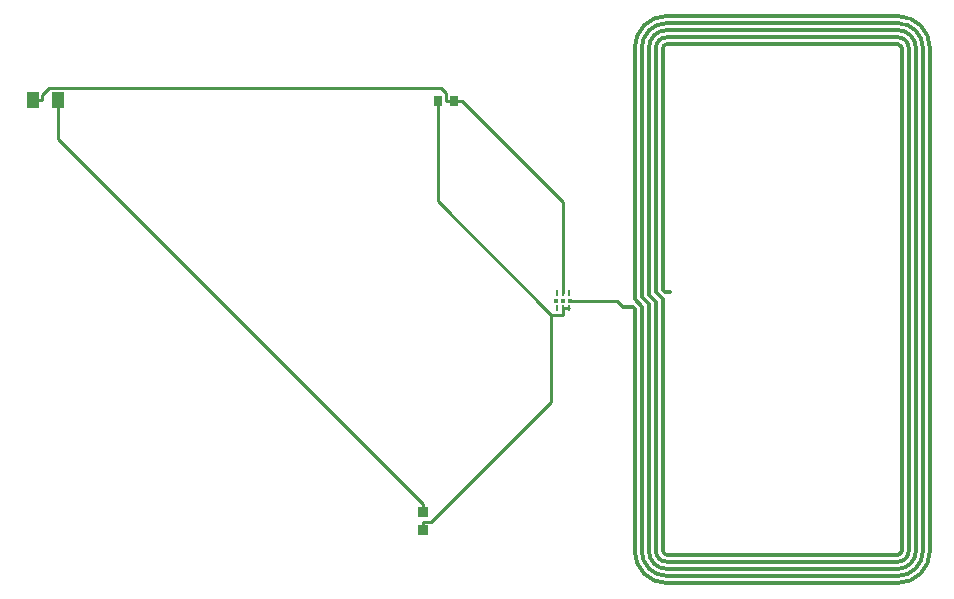
<source format=gtl>
G04 Layer: TopLayer*
G04 EasyEDA v6.5.44, 2024-08-16 12:26:17*
G04 7e42b9d55ad24638b13205517f627361,2d8cd5a3a09a4cbeba5460295dcbb1e6,10*
G04 Gerber Generator version 0.2*
G04 Scale: 100 percent, Rotated: No, Reflected: No *
G04 Dimensions in millimeters *
G04 leading zeros omitted , absolute positions ,4 integer and 5 decimal *
%FSLAX45Y45*%
%MOMM*%

%AMMACRO1*21,1,$1,$2,0,0,$3*%
%ADD10C,0.2540*%
%ADD11C,0.3000*%
%ADD12C,0.3000*%
%ADD13R,0.8000X0.9000*%
%ADD14MACRO1,1X1.3995X0.0000*%
%ADD15R,1.0000X1.3995*%
%ADD16MACRO1,0.864X0.8065X0.0000*%
%ADD17R,0.8640X0.8065*%
%ADD18R,0.2800X0.5000*%
%ADD19R,0.4500X0.3000*%
%ADD20R,0.3000X0.3000*%

%LPD*%
D10*
X5571792Y-2514594D02*
G01*
X5971534Y-2514594D01*
X6024879Y-2567939D01*
X4330700Y-4237888D02*
G01*
X1235329Y-1142517D01*
X1235329Y-812800D01*
X4330700Y-4306163D02*
G01*
X4330700Y-4237888D01*
X5511800Y-2449601D02*
G01*
X5511800Y-1678127D01*
X4659172Y-825500D01*
X4591202Y-825500D02*
G01*
X4659172Y-825500D01*
X1103248Y-812800D02*
G01*
X1103248Y-773811D01*
X1162329Y-714730D01*
X4480433Y-714730D01*
X4523231Y-757529D01*
X4523231Y-825500D01*
X1025270Y-812800D02*
G01*
X1103248Y-812800D01*
X4591202Y-825500D02*
G01*
X4523231Y-825500D01*
X5511800Y-2579598D02*
G01*
X5561787Y-2579598D01*
X4330700Y-4456836D02*
G01*
X4330700Y-4388535D01*
X4330700Y-4388535D02*
G01*
X4399000Y-4388535D01*
X5415559Y-3371977D01*
X5415559Y-2632684D01*
X4451197Y-825500D02*
G01*
X4451197Y-1668322D01*
X5415559Y-2632684D01*
X5415559Y-2632684D02*
G01*
X5511672Y-2632684D01*
X5511800Y-2632557D01*
X5511800Y-2579598D02*
G01*
X5511800Y-2632557D01*
D11*
X6024397Y-2567000D02*
G01*
X6037097Y-2567000D01*
X6104102Y-2567000D01*
X6120612Y-2583510D01*
X6120612Y-4633493D01*
X6360591Y-373506D02*
G01*
X6360591Y-2423490D01*
X6377101Y-2440000D01*
X6418097Y-2440000D01*
X6180607Y-4633493D02*
G01*
X6180607Y-2563495D01*
X6120612Y-2503500D01*
X6120612Y-373506D01*
X6300597Y-4633493D02*
G01*
X6300597Y-2523489D01*
X6240602Y-2463495D01*
X6240602Y-373506D01*
X6240602Y-4633493D02*
G01*
X6240602Y-2543505D01*
X6180607Y-2483510D01*
X6180607Y-373506D01*
X6360591Y-4633493D02*
G01*
X6360591Y-2503500D01*
X6300597Y-2443505D01*
X6300597Y-373506D01*
X6390614Y-103504D02*
G01*
X8350605Y-103504D01*
X6390614Y-163499D02*
G01*
X8350605Y-163499D01*
X6390614Y-223494D02*
G01*
X8350605Y-223494D01*
X6390614Y-283514D02*
G01*
X8350605Y-283514D01*
X6390614Y-343509D02*
G01*
X8350605Y-343509D01*
X6390614Y-4903495D02*
G01*
X8350605Y-4903495D01*
X6390614Y-4843500D02*
G01*
X8350605Y-4843500D01*
X6390614Y-4783505D02*
G01*
X8350605Y-4783505D01*
X6390614Y-4723485D02*
G01*
X8350605Y-4723485D01*
X6390614Y-4663490D02*
G01*
X8350605Y-4663490D01*
X8620607Y-4633493D02*
G01*
X8620607Y-373506D01*
X8560587Y-4633493D02*
G01*
X8560587Y-373506D01*
X8500592Y-4633493D02*
G01*
X8500592Y-373506D01*
X8440597Y-4633493D02*
G01*
X8440597Y-373506D01*
X8380602Y-4633493D02*
G01*
X8380602Y-373506D01*
D12*
G01*
X6024879Y-2567939D03*
G01*
X6418300Y-2440101D03*
D13*
G01*
X4451197Y-825500D03*
G01*
X4591202Y-825500D03*
D14*
G01*
X1025271Y-812800D03*
D15*
G01*
X1235329Y-812800D03*
D16*
G01*
X4330700Y-4456824D03*
D17*
G01*
X4330700Y-4306163D03*
D18*
G01*
X5561787Y-2449601D03*
G01*
X5511800Y-2449601D03*
G01*
X5461812Y-2449601D03*
D19*
G01*
X5451805Y-2514600D03*
D18*
G01*
X5461787Y-2579598D03*
G01*
X5511800Y-2579598D03*
G01*
X5561787Y-2579598D03*
D19*
G01*
X5571794Y-2514600D03*
D20*
G01*
X5511800Y-2514600D03*
D11*
G75*
G01*
X8620608Y-373507D02*
G03*
X8350606Y-103505I-270002J0D01*
G75*
G01*
X8560587Y-373507D02*
G03*
X8350606Y-163500I-210007J0D01*
G75*
G01*
X8500593Y-373507D02*
G03*
X8350606Y-223495I-149987J25D01*
G75*
G01*
X8440598Y-373507D02*
G03*
X8350606Y-283515I-89992J0D01*
G75*
G01*
X8380603Y-373507D02*
G03*
X8350606Y-343510I-29997J0D01*
G75*
G01*
X8620608Y-4633493D02*
G02*
X8350606Y-4903495I-270002J0D01*
G75*
G01*
X8560587Y-4633493D02*
G02*
X8350606Y-4843501I-210007J0D01*
G75*
G01*
X8500593Y-4633493D02*
G02*
X8350606Y-4783506I-149987J-26D01*
G75*
G01*
X8440598Y-4633493D02*
G02*
X8350606Y-4723486I-89992J0D01*
G75*
G01*
X8380603Y-4633493D02*
G02*
X8350606Y-4663491I-29997J0D01*
G75*
G01*
X6120613Y-4633493D02*
G03*
X6390615Y-4903495I270002J0D01*
G75*
G01*
X6180607Y-4633493D02*
G03*
X6390615Y-4843501I210008J0D01*
G75*
G01*
X6240602Y-4633493D02*
G03*
X6390615Y-4783506I149987J-26D01*
G75*
G01*
X6300597Y-4633493D02*
G03*
X6390615Y-4723486I89992J0D01*
G75*
G01*
X6360592Y-4633493D02*
G03*
X6390615Y-4663491I29997J0D01*
G75*
G01*
X6120613Y-373507D02*
G02*
X6390615Y-103505I270002J0D01*
G75*
G01*
X6180607Y-373507D02*
G02*
X6390615Y-163500I210008J0D01*
G75*
G01*
X6240602Y-373507D02*
G02*
X6390615Y-223495I149987J25D01*
G75*
G01*
X6300597Y-373507D02*
G02*
X6390615Y-283515I89992J0D01*
G75*
G01*
X6360592Y-373507D02*
G02*
X6390615Y-343510I29997J0D01*
M02*

</source>
